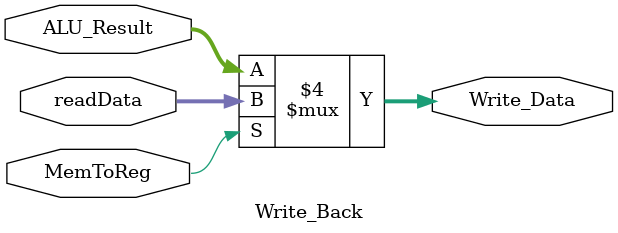
<source format=v>
`timescale 1ns / 1ps

module Write_Back(MemToReg,readData,ALU_Result,Write_Data);

	input MemToReg;
	input [31:0] readData;
	input [31:0] ALU_Result;

	output reg [31:0] Write_Data;
	
	always @(*)
		begin 
			if (MemToReg == 1)
				Write_Data = readData;
			else
				Write_Data = ALU_Result;
		end
	

endmodule

</source>
